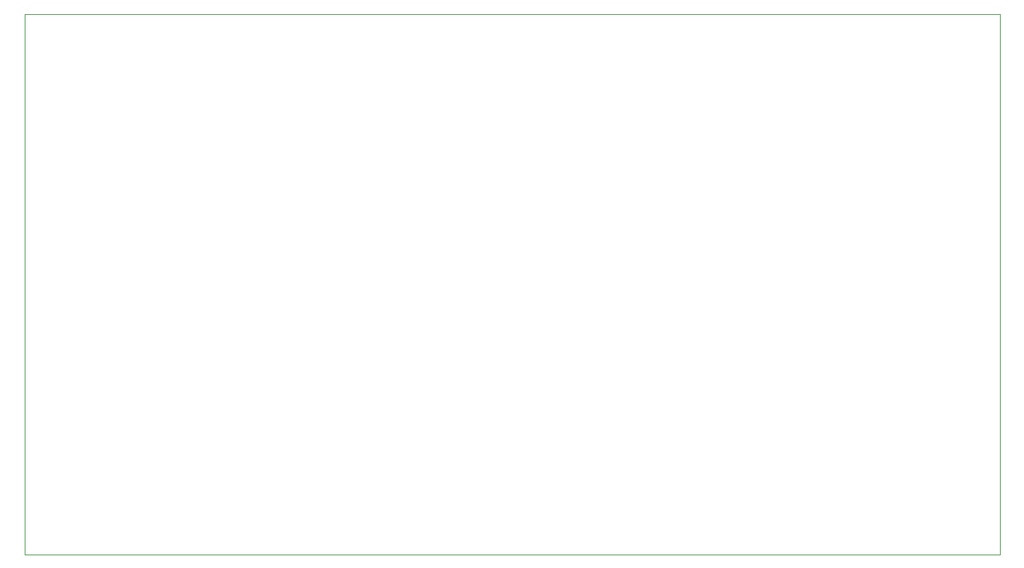
<source format=gbr>
G04 #@! TF.GenerationSoftware,KiCad,Pcbnew,(5.1.6)-1*
G04 #@! TF.CreationDate,2020-05-26T08:12:02+02:00*
G04 #@! TF.ProjectId,MotoGymkhanaRaceTiming,4d6f746f-4779-46d6-9b68-616e61526163,rev?*
G04 #@! TF.SameCoordinates,Original*
G04 #@! TF.FileFunction,Profile,NP*
%FSLAX46Y46*%
G04 Gerber Fmt 4.6, Leading zero omitted, Abs format (unit mm)*
G04 Created by KiCad (PCBNEW (5.1.6)-1) date 2020-05-26 08:12:02*
%MOMM*%
%LPD*%
G01*
G04 APERTURE LIST*
G04 #@! TA.AperFunction,Profile*
%ADD10C,0.050000*%
G04 #@! TD*
G04 APERTURE END LIST*
D10*
X113030000Y-140970000D02*
X113030000Y-76200000D01*
X229870000Y-140970000D02*
X113030000Y-140970000D01*
X229870000Y-76200000D02*
X229870000Y-140970000D01*
X113030000Y-76200000D02*
X229870000Y-76200000D01*
M02*

</source>
